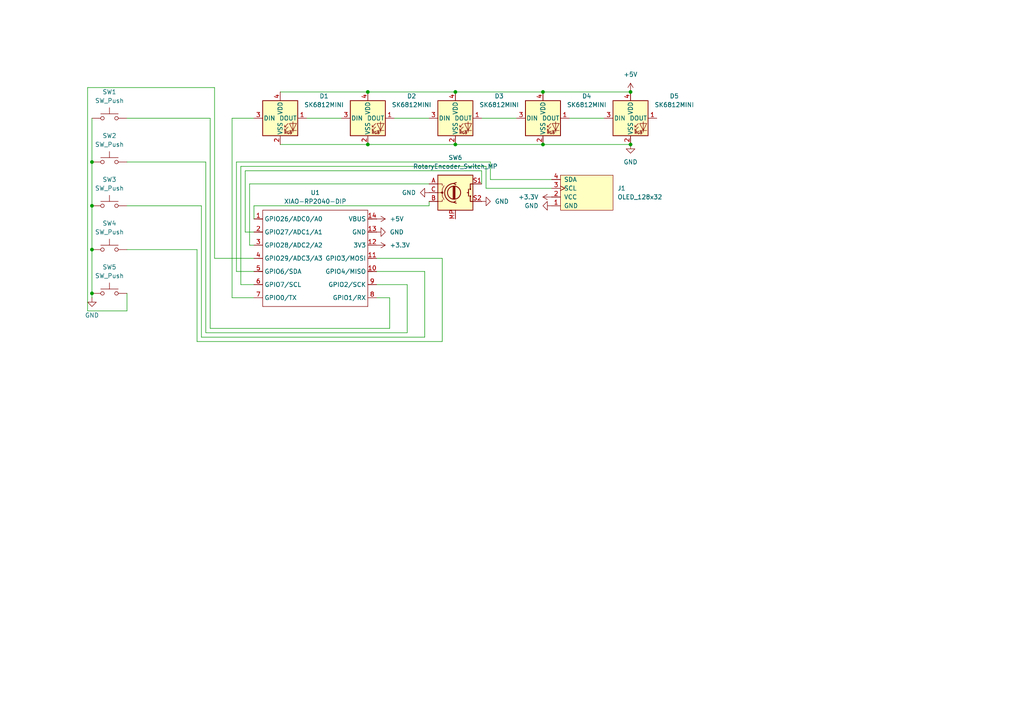
<source format=kicad_sch>
(kicad_sch
	(version 20250114)
	(generator "eeschema")
	(generator_version "9.0")
	(uuid "debee7fc-8912-4e09-ac7e-b30385c0d8fa")
	(paper "A4")
	(lib_symbols
		(symbol "Device:RotaryEncoder_Switch_MP"
			(pin_names
				(offset 0.254)
				(hide yes)
			)
			(exclude_from_sim no)
			(in_bom yes)
			(on_board yes)
			(property "Reference" "SW"
				(at 0 8.89 0)
				(effects
					(font
						(size 1.27 1.27)
					)
				)
			)
			(property "Value" "RotaryEncoder_Switch_MP"
				(at 0 6.35 0)
				(effects
					(font
						(size 1.27 1.27)
					)
				)
			)
			(property "Footprint" ""
				(at -3.81 4.064 0)
				(effects
					(font
						(size 1.27 1.27)
					)
					(hide yes)
				)
			)
			(property "Datasheet" "~"
				(at 0 -12.7 0)
				(effects
					(font
						(size 1.27 1.27)
					)
					(hide yes)
				)
			)
			(property "Description" "Rotary encoder, dual channel, incremental quadrate outputs, with switch and MP Pin"
				(at 0 -15.24 0)
				(effects
					(font
						(size 1.27 1.27)
					)
					(hide yes)
				)
			)
			(property "ki_keywords" "rotary switch encoder switch push button"
				(at 0 0 0)
				(effects
					(font
						(size 1.27 1.27)
					)
					(hide yes)
				)
			)
			(property "ki_fp_filters" "RotaryEncoder*Switch*"
				(at 0 0 0)
				(effects
					(font
						(size 1.27 1.27)
					)
					(hide yes)
				)
			)
			(symbol "RotaryEncoder_Switch_MP_0_1"
				(rectangle
					(start -5.08 5.08)
					(end 5.08 -5.08)
					(stroke
						(width 0.254)
						(type default)
					)
					(fill
						(type background)
					)
				)
				(polyline
					(pts
						(xy -5.08 2.54) (xy -3.81 2.54) (xy -3.81 2.032)
					)
					(stroke
						(width 0)
						(type default)
					)
					(fill
						(type none)
					)
				)
				(polyline
					(pts
						(xy -5.08 0) (xy -3.81 0) (xy -3.81 -1.016) (xy -3.302 -2.032)
					)
					(stroke
						(width 0)
						(type default)
					)
					(fill
						(type none)
					)
				)
				(polyline
					(pts
						(xy -5.08 -2.54) (xy -3.81 -2.54) (xy -3.81 -2.032)
					)
					(stroke
						(width 0)
						(type default)
					)
					(fill
						(type none)
					)
				)
				(polyline
					(pts
						(xy -4.318 0) (xy -3.81 0) (xy -3.81 1.016) (xy -3.302 2.032)
					)
					(stroke
						(width 0)
						(type default)
					)
					(fill
						(type none)
					)
				)
				(circle
					(center -3.81 0)
					(radius 0.254)
					(stroke
						(width 0)
						(type default)
					)
					(fill
						(type outline)
					)
				)
				(polyline
					(pts
						(xy -0.635 -1.778) (xy -0.635 1.778)
					)
					(stroke
						(width 0.254)
						(type default)
					)
					(fill
						(type none)
					)
				)
				(circle
					(center -0.381 0)
					(radius 1.905)
					(stroke
						(width 0.254)
						(type default)
					)
					(fill
						(type none)
					)
				)
				(polyline
					(pts
						(xy -0.381 -1.778) (xy -0.381 1.778)
					)
					(stroke
						(width 0.254)
						(type default)
					)
					(fill
						(type none)
					)
				)
				(arc
					(start -0.381 -2.794)
					(mid -3.0988 -0.0635)
					(end -0.381 2.667)
					(stroke
						(width 0.254)
						(type default)
					)
					(fill
						(type none)
					)
				)
				(polyline
					(pts
						(xy -0.127 1.778) (xy -0.127 -1.778)
					)
					(stroke
						(width 0.254)
						(type default)
					)
					(fill
						(type none)
					)
				)
				(polyline
					(pts
						(xy 0.254 2.921) (xy -0.508 2.667) (xy 0.127 2.286)
					)
					(stroke
						(width 0.254)
						(type default)
					)
					(fill
						(type none)
					)
				)
				(polyline
					(pts
						(xy 0.254 -3.048) (xy -0.508 -2.794) (xy 0.127 -2.413)
					)
					(stroke
						(width 0.254)
						(type default)
					)
					(fill
						(type none)
					)
				)
				(polyline
					(pts
						(xy 3.81 1.016) (xy 3.81 -1.016)
					)
					(stroke
						(width 0.254)
						(type default)
					)
					(fill
						(type none)
					)
				)
				(polyline
					(pts
						(xy 3.81 0) (xy 3.429 0)
					)
					(stroke
						(width 0.254)
						(type default)
					)
					(fill
						(type none)
					)
				)
				(circle
					(center 4.318 1.016)
					(radius 0.127)
					(stroke
						(width 0.254)
						(type default)
					)
					(fill
						(type none)
					)
				)
				(circle
					(center 4.318 -1.016)
					(radius 0.127)
					(stroke
						(width 0.254)
						(type default)
					)
					(fill
						(type none)
					)
				)
				(polyline
					(pts
						(xy 5.08 2.54) (xy 4.318 2.54) (xy 4.318 1.016)
					)
					(stroke
						(width 0.254)
						(type default)
					)
					(fill
						(type none)
					)
				)
				(polyline
					(pts
						(xy 5.08 -2.54) (xy 4.318 -2.54) (xy 4.318 -1.016)
					)
					(stroke
						(width 0.254)
						(type default)
					)
					(fill
						(type none)
					)
				)
			)
			(symbol "RotaryEncoder_Switch_MP_1_1"
				(pin passive line
					(at -7.62 2.54 0)
					(length 2.54)
					(name "A"
						(effects
							(font
								(size 1.27 1.27)
							)
						)
					)
					(number "A"
						(effects
							(font
								(size 1.27 1.27)
							)
						)
					)
				)
				(pin passive line
					(at -7.62 0 0)
					(length 2.54)
					(name "C"
						(effects
							(font
								(size 1.27 1.27)
							)
						)
					)
					(number "C"
						(effects
							(font
								(size 1.27 1.27)
							)
						)
					)
				)
				(pin passive line
					(at -7.62 -2.54 0)
					(length 2.54)
					(name "B"
						(effects
							(font
								(size 1.27 1.27)
							)
						)
					)
					(number "B"
						(effects
							(font
								(size 1.27 1.27)
							)
						)
					)
				)
				(pin passive line
					(at 0 -7.62 90)
					(length 2.54)
					(name "MP"
						(effects
							(font
								(size 1.27 1.27)
							)
						)
					)
					(number "MP"
						(effects
							(font
								(size 1.27 1.27)
							)
						)
					)
				)
				(pin passive line
					(at 7.62 2.54 180)
					(length 2.54)
					(name "S1"
						(effects
							(font
								(size 1.27 1.27)
							)
						)
					)
					(number "S1"
						(effects
							(font
								(size 1.27 1.27)
							)
						)
					)
				)
				(pin passive line
					(at 7.62 -2.54 180)
					(length 2.54)
					(name "S2"
						(effects
							(font
								(size 1.27 1.27)
							)
						)
					)
					(number "S2"
						(effects
							(font
								(size 1.27 1.27)
							)
						)
					)
				)
			)
			(embedded_fonts no)
		)
		(symbol "LED:SK6812MINI"
			(pin_names
				(offset 0.254)
			)
			(exclude_from_sim no)
			(in_bom yes)
			(on_board yes)
			(property "Reference" "D"
				(at 5.08 5.715 0)
				(effects
					(font
						(size 1.27 1.27)
					)
					(justify right bottom)
				)
			)
			(property "Value" "SK6812MINI"
				(at 1.27 -5.715 0)
				(effects
					(font
						(size 1.27 1.27)
					)
					(justify left top)
				)
			)
			(property "Footprint" "LED_SMD:LED_SK6812MINI_PLCC4_3.5x3.5mm_P1.75mm"
				(at 1.27 -7.62 0)
				(effects
					(font
						(size 1.27 1.27)
					)
					(justify left top)
					(hide yes)
				)
			)
			(property "Datasheet" "https://cdn-shop.adafruit.com/product-files/2686/SK6812MINI_REV.01-1-2.pdf"
				(at 2.54 -9.525 0)
				(effects
					(font
						(size 1.27 1.27)
					)
					(justify left top)
					(hide yes)
				)
			)
			(property "Description" "RGB LED with integrated controller"
				(at 0 0 0)
				(effects
					(font
						(size 1.27 1.27)
					)
					(hide yes)
				)
			)
			(property "ki_keywords" "RGB LED NeoPixel Mini addressable"
				(at 0 0 0)
				(effects
					(font
						(size 1.27 1.27)
					)
					(hide yes)
				)
			)
			(property "ki_fp_filters" "LED*SK6812MINI*PLCC*3.5x3.5mm*P1.75mm*"
				(at 0 0 0)
				(effects
					(font
						(size 1.27 1.27)
					)
					(hide yes)
				)
			)
			(symbol "SK6812MINI_0_0"
				(text "RGB"
					(at 2.286 -4.191 0)
					(effects
						(font
							(size 0.762 0.762)
						)
					)
				)
			)
			(symbol "SK6812MINI_0_1"
				(polyline
					(pts
						(xy 1.27 -2.54) (xy 1.778 -2.54)
					)
					(stroke
						(width 0)
						(type default)
					)
					(fill
						(type none)
					)
				)
				(polyline
					(pts
						(xy 1.27 -3.556) (xy 1.778 -3.556)
					)
					(stroke
						(width 0)
						(type default)
					)
					(fill
						(type none)
					)
				)
				(polyline
					(pts
						(xy 2.286 -1.524) (xy 1.27 -2.54) (xy 1.27 -2.032)
					)
					(stroke
						(width 0)
						(type default)
					)
					(fill
						(type none)
					)
				)
				(polyline
					(pts
						(xy 2.286 -2.54) (xy 1.27 -3.556) (xy 1.27 -3.048)
					)
					(stroke
						(width 0)
						(type default)
					)
					(fill
						(type none)
					)
				)
				(polyline
					(pts
						(xy 3.683 -1.016) (xy 3.683 -3.556) (xy 3.683 -4.064)
					)
					(stroke
						(width 0)
						(type default)
					)
					(fill
						(type none)
					)
				)
				(polyline
					(pts
						(xy 4.699 -1.524) (xy 2.667 -1.524) (xy 3.683 -3.556) (xy 4.699 -1.524)
					)
					(stroke
						(width 0)
						(type default)
					)
					(fill
						(type none)
					)
				)
				(polyline
					(pts
						(xy 4.699 -3.556) (xy 2.667 -3.556)
					)
					(stroke
						(width 0)
						(type default)
					)
					(fill
						(type none)
					)
				)
				(rectangle
					(start 5.08 5.08)
					(end -5.08 -5.08)
					(stroke
						(width 0.254)
						(type default)
					)
					(fill
						(type background)
					)
				)
			)
			(symbol "SK6812MINI_1_1"
				(pin input line
					(at -7.62 0 0)
					(length 2.54)
					(name "DIN"
						(effects
							(font
								(size 1.27 1.27)
							)
						)
					)
					(number "3"
						(effects
							(font
								(size 1.27 1.27)
							)
						)
					)
				)
				(pin power_in line
					(at 0 7.62 270)
					(length 2.54)
					(name "VDD"
						(effects
							(font
								(size 1.27 1.27)
							)
						)
					)
					(number "4"
						(effects
							(font
								(size 1.27 1.27)
							)
						)
					)
				)
				(pin power_in line
					(at 0 -7.62 90)
					(length 2.54)
					(name "VSS"
						(effects
							(font
								(size 1.27 1.27)
							)
						)
					)
					(number "2"
						(effects
							(font
								(size 1.27 1.27)
							)
						)
					)
				)
				(pin output line
					(at 7.62 0 180)
					(length 2.54)
					(name "DOUT"
						(effects
							(font
								(size 1.27 1.27)
							)
						)
					)
					(number "1"
						(effects
							(font
								(size 1.27 1.27)
							)
						)
					)
				)
			)
			(embedded_fonts no)
		)
		(symbol "OPL:XIAO-RP2040-DIP"
			(exclude_from_sim no)
			(in_bom yes)
			(on_board yes)
			(property "Reference" "U"
				(at 0 0 0)
				(effects
					(font
						(size 1.27 1.27)
					)
				)
			)
			(property "Value" "XIAO-RP2040-DIP"
				(at 5.334 -1.778 0)
				(effects
					(font
						(size 1.27 1.27)
					)
				)
			)
			(property "Footprint" "Module:MOUDLE14P-XIAO-DIP-SMD"
				(at 14.478 -32.258 0)
				(effects
					(font
						(size 1.27 1.27)
					)
					(hide yes)
				)
			)
			(property "Datasheet" ""
				(at 0 0 0)
				(effects
					(font
						(size 1.27 1.27)
					)
					(hide yes)
				)
			)
			(property "Description" ""
				(at 0 0 0)
				(effects
					(font
						(size 1.27 1.27)
					)
					(hide yes)
				)
			)
			(symbol "XIAO-RP2040-DIP_1_0"
				(polyline
					(pts
						(xy -1.27 -2.54) (xy 29.21 -2.54)
					)
					(stroke
						(width 0.1524)
						(type solid)
					)
					(fill
						(type none)
					)
				)
				(polyline
					(pts
						(xy -1.27 -5.08) (xy -2.54 -5.08)
					)
					(stroke
						(width 0.1524)
						(type solid)
					)
					(fill
						(type none)
					)
				)
				(polyline
					(pts
						(xy -1.27 -5.08) (xy -1.27 -2.54)
					)
					(stroke
						(width 0.1524)
						(type solid)
					)
					(fill
						(type none)
					)
				)
				(polyline
					(pts
						(xy -1.27 -8.89) (xy -2.54 -8.89)
					)
					(stroke
						(width 0.1524)
						(type solid)
					)
					(fill
						(type none)
					)
				)
				(polyline
					(pts
						(xy -1.27 -8.89) (xy -1.27 -5.08)
					)
					(stroke
						(width 0.1524)
						(type solid)
					)
					(fill
						(type none)
					)
				)
				(polyline
					(pts
						(xy -1.27 -12.7) (xy -2.54 -12.7)
					)
					(stroke
						(width 0.1524)
						(type solid)
					)
					(fill
						(type none)
					)
				)
				(polyline
					(pts
						(xy -1.27 -12.7) (xy -1.27 -8.89)
					)
					(stroke
						(width 0.1524)
						(type solid)
					)
					(fill
						(type none)
					)
				)
				(polyline
					(pts
						(xy -1.27 -16.51) (xy -2.54 -16.51)
					)
					(stroke
						(width 0.1524)
						(type solid)
					)
					(fill
						(type none)
					)
				)
				(polyline
					(pts
						(xy -1.27 -16.51) (xy -1.27 -12.7)
					)
					(stroke
						(width 0.1524)
						(type solid)
					)
					(fill
						(type none)
					)
				)
				(polyline
					(pts
						(xy -1.27 -20.32) (xy -2.54 -20.32)
					)
					(stroke
						(width 0.1524)
						(type solid)
					)
					(fill
						(type none)
					)
				)
				(polyline
					(pts
						(xy -1.27 -24.13) (xy -2.54 -24.13)
					)
					(stroke
						(width 0.1524)
						(type solid)
					)
					(fill
						(type none)
					)
				)
				(polyline
					(pts
						(xy -1.27 -27.94) (xy -2.54 -27.94)
					)
					(stroke
						(width 0.1524)
						(type solid)
					)
					(fill
						(type none)
					)
				)
				(polyline
					(pts
						(xy -1.27 -30.48) (xy -1.27 -16.51)
					)
					(stroke
						(width 0.1524)
						(type solid)
					)
					(fill
						(type none)
					)
				)
				(polyline
					(pts
						(xy 29.21 -2.54) (xy 29.21 -5.08)
					)
					(stroke
						(width 0.1524)
						(type solid)
					)
					(fill
						(type none)
					)
				)
				(polyline
					(pts
						(xy 29.21 -5.08) (xy 29.21 -8.89)
					)
					(stroke
						(width 0.1524)
						(type solid)
					)
					(fill
						(type none)
					)
				)
				(polyline
					(pts
						(xy 29.21 -8.89) (xy 29.21 -12.7)
					)
					(stroke
						(width 0.1524)
						(type solid)
					)
					(fill
						(type none)
					)
				)
				(polyline
					(pts
						(xy 29.21 -12.7) (xy 29.21 -30.48)
					)
					(stroke
						(width 0.1524)
						(type solid)
					)
					(fill
						(type none)
					)
				)
				(polyline
					(pts
						(xy 29.21 -30.48) (xy -1.27 -30.48)
					)
					(stroke
						(width 0.1524)
						(type solid)
					)
					(fill
						(type none)
					)
				)
				(polyline
					(pts
						(xy 30.48 -5.08) (xy 29.21 -5.08)
					)
					(stroke
						(width 0.1524)
						(type solid)
					)
					(fill
						(type none)
					)
				)
				(polyline
					(pts
						(xy 30.48 -8.89) (xy 29.21 -8.89)
					)
					(stroke
						(width 0.1524)
						(type solid)
					)
					(fill
						(type none)
					)
				)
				(polyline
					(pts
						(xy 30.48 -12.7) (xy 29.21 -12.7)
					)
					(stroke
						(width 0.1524)
						(type solid)
					)
					(fill
						(type none)
					)
				)
				(polyline
					(pts
						(xy 30.48 -16.51) (xy 29.21 -16.51)
					)
					(stroke
						(width 0.1524)
						(type solid)
					)
					(fill
						(type none)
					)
				)
				(polyline
					(pts
						(xy 30.48 -20.32) (xy 29.21 -20.32)
					)
					(stroke
						(width 0.1524)
						(type solid)
					)
					(fill
						(type none)
					)
				)
				(polyline
					(pts
						(xy 30.48 -24.13) (xy 29.21 -24.13)
					)
					(stroke
						(width 0.1524)
						(type solid)
					)
					(fill
						(type none)
					)
				)
				(polyline
					(pts
						(xy 30.48 -27.94) (xy 29.21 -27.94)
					)
					(stroke
						(width 0.1524)
						(type solid)
					)
					(fill
						(type none)
					)
				)
				(pin passive line
					(at -3.81 -5.08 0)
					(length 2.54)
					(name "GPIO26/ADC0/A0"
						(effects
							(font
								(size 1.27 1.27)
							)
						)
					)
					(number "1"
						(effects
							(font
								(size 1.27 1.27)
							)
						)
					)
				)
				(pin passive line
					(at -3.81 -8.89 0)
					(length 2.54)
					(name "GPIO27/ADC1/A1"
						(effects
							(font
								(size 1.27 1.27)
							)
						)
					)
					(number "2"
						(effects
							(font
								(size 1.27 1.27)
							)
						)
					)
				)
				(pin passive line
					(at -3.81 -12.7 0)
					(length 2.54)
					(name "GPIO28/ADC2/A2"
						(effects
							(font
								(size 1.27 1.27)
							)
						)
					)
					(number "3"
						(effects
							(font
								(size 1.27 1.27)
							)
						)
					)
				)
				(pin passive line
					(at -3.81 -16.51 0)
					(length 2.54)
					(name "GPIO29/ADC3/A3"
						(effects
							(font
								(size 1.27 1.27)
							)
						)
					)
					(number "4"
						(effects
							(font
								(size 1.27 1.27)
							)
						)
					)
				)
				(pin passive line
					(at -3.81 -20.32 0)
					(length 2.54)
					(name "GPIO6/SDA"
						(effects
							(font
								(size 1.27 1.27)
							)
						)
					)
					(number "5"
						(effects
							(font
								(size 1.27 1.27)
							)
						)
					)
				)
				(pin passive line
					(at -3.81 -24.13 0)
					(length 2.54)
					(name "GPIO7/SCL"
						(effects
							(font
								(size 1.27 1.27)
							)
						)
					)
					(number "6"
						(effects
							(font
								(size 1.27 1.27)
							)
						)
					)
				)
				(pin passive line
					(at -3.81 -27.94 0)
					(length 2.54)
					(name "GPIO0/TX"
						(effects
							(font
								(size 1.27 1.27)
							)
						)
					)
					(number "7"
						(effects
							(font
								(size 1.27 1.27)
							)
						)
					)
				)
				(pin passive line
					(at 31.75 -5.08 180)
					(length 2.54)
					(name "VBUS"
						(effects
							(font
								(size 1.27 1.27)
							)
						)
					)
					(number "14"
						(effects
							(font
								(size 1.27 1.27)
							)
						)
					)
				)
				(pin passive line
					(at 31.75 -8.89 180)
					(length 2.54)
					(name "GND"
						(effects
							(font
								(size 1.27 1.27)
							)
						)
					)
					(number "13"
						(effects
							(font
								(size 1.27 1.27)
							)
						)
					)
				)
				(pin passive line
					(at 31.75 -12.7 180)
					(length 2.54)
					(name "3V3"
						(effects
							(font
								(size 1.27 1.27)
							)
						)
					)
					(number "12"
						(effects
							(font
								(size 1.27 1.27)
							)
						)
					)
				)
				(pin passive line
					(at 31.75 -16.51 180)
					(length 2.54)
					(name "GPIO3/MOSI"
						(effects
							(font
								(size 1.27 1.27)
							)
						)
					)
					(number "11"
						(effects
							(font
								(size 1.27 1.27)
							)
						)
					)
				)
				(pin passive line
					(at 31.75 -20.32 180)
					(length 2.54)
					(name "GPIO4/MISO"
						(effects
							(font
								(size 1.27 1.27)
							)
						)
					)
					(number "10"
						(effects
							(font
								(size 1.27 1.27)
							)
						)
					)
				)
				(pin passive line
					(at 31.75 -24.13 180)
					(length 2.54)
					(name "GPIO2/SCK"
						(effects
							(font
								(size 1.27 1.27)
							)
						)
					)
					(number "9"
						(effects
							(font
								(size 1.27 1.27)
							)
						)
					)
				)
				(pin passive line
					(at 31.75 -27.94 180)
					(length 2.54)
					(name "GPIO1/RX"
						(effects
							(font
								(size 1.27 1.27)
							)
						)
					)
					(number "8"
						(effects
							(font
								(size 1.27 1.27)
							)
						)
					)
				)
			)
			(embedded_fonts no)
		)
		(symbol "Switch:SW_Push"
			(pin_numbers
				(hide yes)
			)
			(pin_names
				(offset 1.016)
				(hide yes)
			)
			(exclude_from_sim no)
			(in_bom yes)
			(on_board yes)
			(property "Reference" "SW"
				(at 1.27 2.54 0)
				(effects
					(font
						(size 1.27 1.27)
					)
					(justify left)
				)
			)
			(property "Value" "SW_Push"
				(at 0 -1.524 0)
				(effects
					(font
						(size 1.27 1.27)
					)
				)
			)
			(property "Footprint" ""
				(at 0 5.08 0)
				(effects
					(font
						(size 1.27 1.27)
					)
					(hide yes)
				)
			)
			(property "Datasheet" "~"
				(at 0 5.08 0)
				(effects
					(font
						(size 1.27 1.27)
					)
					(hide yes)
				)
			)
			(property "Description" "Push button switch, generic, two pins"
				(at 0 0 0)
				(effects
					(font
						(size 1.27 1.27)
					)
					(hide yes)
				)
			)
			(property "ki_keywords" "switch normally-open pushbutton push-button"
				(at 0 0 0)
				(effects
					(font
						(size 1.27 1.27)
					)
					(hide yes)
				)
			)
			(symbol "SW_Push_0_1"
				(circle
					(center -2.032 0)
					(radius 0.508)
					(stroke
						(width 0)
						(type default)
					)
					(fill
						(type none)
					)
				)
				(polyline
					(pts
						(xy 0 1.27) (xy 0 3.048)
					)
					(stroke
						(width 0)
						(type default)
					)
					(fill
						(type none)
					)
				)
				(circle
					(center 2.032 0)
					(radius 0.508)
					(stroke
						(width 0)
						(type default)
					)
					(fill
						(type none)
					)
				)
				(polyline
					(pts
						(xy 2.54 1.27) (xy -2.54 1.27)
					)
					(stroke
						(width 0)
						(type default)
					)
					(fill
						(type none)
					)
				)
				(pin passive line
					(at -5.08 0 0)
					(length 2.54)
					(name "1"
						(effects
							(font
								(size 1.27 1.27)
							)
						)
					)
					(number "1"
						(effects
							(font
								(size 1.27 1.27)
							)
						)
					)
				)
				(pin passive line
					(at 5.08 0 180)
					(length 2.54)
					(name "2"
						(effects
							(font
								(size 1.27 1.27)
							)
						)
					)
					(number "2"
						(effects
							(font
								(size 1.27 1.27)
							)
						)
					)
				)
			)
			(embedded_fonts no)
		)
		(symbol "power:+3.3V"
			(power)
			(pin_numbers
				(hide yes)
			)
			(pin_names
				(offset 0)
				(hide yes)
			)
			(exclude_from_sim no)
			(in_bom yes)
			(on_board yes)
			(property "Reference" "#PWR"
				(at 0 -3.81 0)
				(effects
					(font
						(size 1.27 1.27)
					)
					(hide yes)
				)
			)
			(property "Value" "+3.3V"
				(at 0 3.556 0)
				(effects
					(font
						(size 1.27 1.27)
					)
				)
			)
			(property "Footprint" ""
				(at 0 0 0)
				(effects
					(font
						(size 1.27 1.27)
					)
					(hide yes)
				)
			)
			(property "Datasheet" ""
				(at 0 0 0)
				(effects
					(font
						(size 1.27 1.27)
					)
					(hide yes)
				)
			)
			(property "Description" "Power symbol creates a global label with name \"+3.3V\""
				(at 0 0 0)
				(effects
					(font
						(size 1.27 1.27)
					)
					(hide yes)
				)
			)
			(property "ki_keywords" "global power"
				(at 0 0 0)
				(effects
					(font
						(size 1.27 1.27)
					)
					(hide yes)
				)
			)
			(symbol "+3.3V_0_1"
				(polyline
					(pts
						(xy -0.762 1.27) (xy 0 2.54)
					)
					(stroke
						(width 0)
						(type default)
					)
					(fill
						(type none)
					)
				)
				(polyline
					(pts
						(xy 0 2.54) (xy 0.762 1.27)
					)
					(stroke
						(width 0)
						(type default)
					)
					(fill
						(type none)
					)
				)
				(polyline
					(pts
						(xy 0 0) (xy 0 2.54)
					)
					(stroke
						(width 0)
						(type default)
					)
					(fill
						(type none)
					)
				)
			)
			(symbol "+3.3V_1_1"
				(pin power_in line
					(at 0 0 90)
					(length 0)
					(name "~"
						(effects
							(font
								(size 1.27 1.27)
							)
						)
					)
					(number "1"
						(effects
							(font
								(size 1.27 1.27)
							)
						)
					)
				)
			)
			(embedded_fonts no)
		)
		(symbol "power:+5V"
			(power)
			(pin_numbers
				(hide yes)
			)
			(pin_names
				(offset 0)
				(hide yes)
			)
			(exclude_from_sim no)
			(in_bom yes)
			(on_board yes)
			(property "Reference" "#PWR"
				(at 0 -3.81 0)
				(effects
					(font
						(size 1.27 1.27)
					)
					(hide yes)
				)
			)
			(property "Value" "+5V"
				(at 0 3.556 0)
				(effects
					(font
						(size 1.27 1.27)
					)
				)
			)
			(property "Footprint" ""
				(at 0 0 0)
				(effects
					(font
						(size 1.27 1.27)
					)
					(hide yes)
				)
			)
			(property "Datasheet" ""
				(at 0 0 0)
				(effects
					(font
						(size 1.27 1.27)
					)
					(hide yes)
				)
			)
			(property "Description" "Power symbol creates a global label with name \"+5V\""
				(at 0 0 0)
				(effects
					(font
						(size 1.27 1.27)
					)
					(hide yes)
				)
			)
			(property "ki_keywords" "global power"
				(at 0 0 0)
				(effects
					(font
						(size 1.27 1.27)
					)
					(hide yes)
				)
			)
			(symbol "+5V_0_1"
				(polyline
					(pts
						(xy -0.762 1.27) (xy 0 2.54)
					)
					(stroke
						(width 0)
						(type default)
					)
					(fill
						(type none)
					)
				)
				(polyline
					(pts
						(xy 0 2.54) (xy 0.762 1.27)
					)
					(stroke
						(width 0)
						(type default)
					)
					(fill
						(type none)
					)
				)
				(polyline
					(pts
						(xy 0 0) (xy 0 2.54)
					)
					(stroke
						(width 0)
						(type default)
					)
					(fill
						(type none)
					)
				)
			)
			(symbol "+5V_1_1"
				(pin power_in line
					(at 0 0 90)
					(length 0)
					(name "~"
						(effects
							(font
								(size 1.27 1.27)
							)
						)
					)
					(number "1"
						(effects
							(font
								(size 1.27 1.27)
							)
						)
					)
				)
			)
			(embedded_fonts no)
		)
		(symbol "power:GND"
			(power)
			(pin_numbers
				(hide yes)
			)
			(pin_names
				(offset 0)
				(hide yes)
			)
			(exclude_from_sim no)
			(in_bom yes)
			(on_board yes)
			(property "Reference" "#PWR"
				(at 0 -6.35 0)
				(effects
					(font
						(size 1.27 1.27)
					)
					(hide yes)
				)
			)
			(property "Value" "GND"
				(at 0 -3.81 0)
				(effects
					(font
						(size 1.27 1.27)
					)
				)
			)
			(property "Footprint" ""
				(at 0 0 0)
				(effects
					(font
						(size 1.27 1.27)
					)
					(hide yes)
				)
			)
			(property "Datasheet" ""
				(at 0 0 0)
				(effects
					(font
						(size 1.27 1.27)
					)
					(hide yes)
				)
			)
			(property "Description" "Power symbol creates a global label with name \"GND\" , ground"
				(at 0 0 0)
				(effects
					(font
						(size 1.27 1.27)
					)
					(hide yes)
				)
			)
			(property "ki_keywords" "global power"
				(at 0 0 0)
				(effects
					(font
						(size 1.27 1.27)
					)
					(hide yes)
				)
			)
			(symbol "GND_0_1"
				(polyline
					(pts
						(xy 0 0) (xy 0 -1.27) (xy 1.27 -1.27) (xy 0 -2.54) (xy -1.27 -1.27) (xy 0 -1.27)
					)
					(stroke
						(width 0)
						(type default)
					)
					(fill
						(type none)
					)
				)
			)
			(symbol "GND_1_1"
				(pin power_in line
					(at 0 0 270)
					(length 0)
					(name "~"
						(effects
							(font
								(size 1.27 1.27)
							)
						)
					)
					(number "1"
						(effects
							(font
								(size 1.27 1.27)
							)
						)
					)
				)
			)
			(embedded_fonts no)
		)
		(symbol "scottokeebs:OLED_128x32"
			(pin_names
				(offset 1.016)
			)
			(exclude_from_sim no)
			(in_bom yes)
			(on_board yes)
			(property "Reference" "J"
				(at 0 -6.35 0)
				(effects
					(font
						(size 1.27 1.27)
					)
				)
			)
			(property "Value" "OLED_128x32"
				(at 0 6.35 0)
				(effects
					(font
						(size 1.27 1.27)
					)
				)
			)
			(property "Footprint" "ScottoKeebs_Components:OLED_128x32"
				(at 0 8.89 0)
				(effects
					(font
						(size 1.27 1.27)
					)
					(hide yes)
				)
			)
			(property "Datasheet" ""
				(at 0 1.27 0)
				(effects
					(font
						(size 1.27 1.27)
					)
					(hide yes)
				)
			)
			(property "Description" ""
				(at 0 0 0)
				(effects
					(font
						(size 1.27 1.27)
					)
					(hide yes)
				)
			)
			(symbol "OLED_128x32_0_1"
				(rectangle
					(start 0 5.08)
					(end 15.24 -5.08)
					(stroke
						(width 0)
						(type default)
					)
					(fill
						(type background)
					)
				)
			)
			(symbol "OLED_128x32_1_1"
				(pin bidirectional line
					(at -2.54 3.81 0)
					(length 2.54)
					(name "SDA"
						(effects
							(font
								(size 1.27 1.27)
							)
						)
					)
					(number "4"
						(effects
							(font
								(size 1.27 1.27)
							)
						)
					)
				)
				(pin input clock
					(at -2.54 1.27 0)
					(length 2.54)
					(name "SCL"
						(effects
							(font
								(size 1.27 1.27)
							)
						)
					)
					(number "3"
						(effects
							(font
								(size 1.27 1.27)
							)
						)
					)
				)
				(pin power_in line
					(at -2.54 -1.27 0)
					(length 2.54)
					(name "VCC"
						(effects
							(font
								(size 1.27 1.27)
							)
						)
					)
					(number "2"
						(effects
							(font
								(size 1.27 1.27)
							)
						)
					)
				)
				(pin power_in line
					(at -2.54 -3.81 0)
					(length 2.54)
					(name "GND"
						(effects
							(font
								(size 1.27 1.27)
							)
						)
					)
					(number "1"
						(effects
							(font
								(size 1.27 1.27)
							)
						)
					)
				)
			)
			(embedded_fonts no)
		)
	)
	(junction
		(at 157.48 26.67)
		(diameter 0)
		(color 0 0 0 0)
		(uuid "0a1a9192-7cf3-450e-9d0c-ffd8e36a8e8c")
	)
	(junction
		(at 26.67 72.39)
		(diameter 0)
		(color 0 0 0 0)
		(uuid "0c8a3222-a5ad-48be-bcfe-071619e48e62")
	)
	(junction
		(at 132.08 41.91)
		(diameter 0)
		(color 0 0 0 0)
		(uuid "1c898bac-92c1-4a41-bf15-f65483ec71ca")
	)
	(junction
		(at 182.88 41.91)
		(diameter 0)
		(color 0 0 0 0)
		(uuid "33ce306b-ffaf-4d6d-a1dd-7bc98069d6ca")
	)
	(junction
		(at 106.68 26.67)
		(diameter 0)
		(color 0 0 0 0)
		(uuid "67139219-996f-41cf-8cea-80e007540ed2")
	)
	(junction
		(at 26.67 46.99)
		(diameter 0)
		(color 0 0 0 0)
		(uuid "7ce01d1e-f131-4d69-89bd-231fae2a18a5")
	)
	(junction
		(at 26.67 85.09)
		(diameter 0)
		(color 0 0 0 0)
		(uuid "88e0c5a9-8ac2-465d-ad6c-b33e5b02fcbc")
	)
	(junction
		(at 132.08 26.67)
		(diameter 0)
		(color 0 0 0 0)
		(uuid "a1b28feb-fc61-4bfb-9118-ab02b96a8fc5")
	)
	(junction
		(at 26.67 59.69)
		(diameter 0)
		(color 0 0 0 0)
		(uuid "c8709020-9635-4747-8a2d-7d4801539695")
	)
	(junction
		(at 157.48 41.91)
		(diameter 0)
		(color 0 0 0 0)
		(uuid "d08511b8-a1a4-46f3-b0a8-7c0b078023bf")
	)
	(junction
		(at 182.88 26.67)
		(diameter 0)
		(color 0 0 0 0)
		(uuid "d7bed0d7-e783-4c38-94a1-e9da1a41aa94")
	)
	(junction
		(at 106.68 41.91)
		(diameter 0)
		(color 0 0 0 0)
		(uuid "ef85d00e-00e3-418b-bec6-edf056aad15e")
	)
	(wire
		(pts
			(xy 142.24 46.99) (xy 68.58 46.99)
		)
		(stroke
			(width 0)
			(type default)
		)
		(uuid "00f928ec-2f21-405d-b0e2-1b3ec258a496")
	)
	(wire
		(pts
			(xy 109.22 74.93) (xy 128.27 74.93)
		)
		(stroke
			(width 0)
			(type default)
		)
		(uuid "012b34cc-fee6-4364-98dd-9d9ef6989888")
	)
	(wire
		(pts
			(xy 26.67 46.99) (xy 26.67 59.69)
		)
		(stroke
			(width 0)
			(type default)
		)
		(uuid "0a98b7a2-49e8-429c-8c58-5519873af909")
	)
	(wire
		(pts
			(xy 36.83 46.99) (xy 59.69 46.99)
		)
		(stroke
			(width 0)
			(type default)
		)
		(uuid "0cb3675d-3ba9-4b23-b9f0-0dc89a4a3164")
	)
	(wire
		(pts
			(xy 36.83 34.29) (xy 60.96 34.29)
		)
		(stroke
			(width 0)
			(type default)
		)
		(uuid "0cd5daf6-92d9-429d-b24f-2d6882cd7261")
	)
	(wire
		(pts
			(xy 72.39 53.34) (xy 124.46 53.34)
		)
		(stroke
			(width 0)
			(type default)
		)
		(uuid "1167d888-a183-4f9c-9912-f150620b746a")
	)
	(wire
		(pts
			(xy 25.4 90.17) (xy 36.83 90.17)
		)
		(stroke
			(width 0)
			(type default)
		)
		(uuid "13365057-acc3-4eef-99d6-98ebdecf7079")
	)
	(wire
		(pts
			(xy 109.22 78.74) (xy 123.19 78.74)
		)
		(stroke
			(width 0)
			(type default)
		)
		(uuid "1707722d-4e54-493c-b3de-d9b70c2af93e")
	)
	(wire
		(pts
			(xy 62.23 25.4) (xy 25.4 25.4)
		)
		(stroke
			(width 0)
			(type default)
		)
		(uuid "201c2b90-7341-459a-a729-12f3648dbd3d")
	)
	(wire
		(pts
			(xy 109.22 82.55) (xy 118.11 82.55)
		)
		(stroke
			(width 0)
			(type default)
		)
		(uuid "27586428-09e2-4916-8d3e-7dec248ab534")
	)
	(wire
		(pts
			(xy 72.39 71.12) (xy 72.39 53.34)
		)
		(stroke
			(width 0)
			(type default)
		)
		(uuid "29cdf7aa-cb9f-4194-b7ee-c14fe329390d")
	)
	(wire
		(pts
			(xy 36.83 72.39) (xy 57.15 72.39)
		)
		(stroke
			(width 0)
			(type default)
		)
		(uuid "2a6bc01e-03d4-4d3e-9d86-87268dd4370b")
	)
	(wire
		(pts
			(xy 59.69 96.52) (xy 118.11 96.52)
		)
		(stroke
			(width 0)
			(type default)
		)
		(uuid "32d92c1f-bb9a-4381-bcd1-5086b5fd7549")
	)
	(wire
		(pts
			(xy 109.22 86.36) (xy 113.03 86.36)
		)
		(stroke
			(width 0)
			(type default)
		)
		(uuid "4376d9d4-de09-4b1b-a589-1e4d9fc4a6fa")
	)
	(wire
		(pts
			(xy 26.67 34.29) (xy 26.67 46.99)
		)
		(stroke
			(width 0)
			(type default)
		)
		(uuid "4ab4692f-48b0-41b9-a7a3-405962308bf8")
	)
	(wire
		(pts
			(xy 73.66 86.36) (xy 67.31 86.36)
		)
		(stroke
			(width 0)
			(type default)
		)
		(uuid "4d6116ff-655d-4ad4-868a-d050aaacd7c2")
	)
	(wire
		(pts
			(xy 73.66 59.69) (xy 73.66 63.5)
		)
		(stroke
			(width 0)
			(type default)
		)
		(uuid "4d9a44c7-8d82-47b0-889b-86c4561137be")
	)
	(wire
		(pts
			(xy 124.46 59.69) (xy 124.46 58.42)
		)
		(stroke
			(width 0)
			(type default)
		)
		(uuid "50e9df05-0b24-47c5-936a-7246a63f2670")
	)
	(wire
		(pts
			(xy 182.88 26.67) (xy 157.48 26.67)
		)
		(stroke
			(width 0)
			(type default)
		)
		(uuid "54358789-145c-46c4-a2b3-5f9bdd6326fa")
	)
	(wire
		(pts
			(xy 73.66 74.93) (xy 62.23 74.93)
		)
		(stroke
			(width 0)
			(type default)
		)
		(uuid "64925c3d-2ee6-46f1-b138-31f8310b6f38")
	)
	(wire
		(pts
			(xy 71.12 67.31) (xy 73.66 67.31)
		)
		(stroke
			(width 0)
			(type default)
		)
		(uuid "6b68ffea-ed38-4a86-bbcd-970eb91ef6ae")
	)
	(wire
		(pts
			(xy 60.96 95.25) (xy 113.03 95.25)
		)
		(stroke
			(width 0)
			(type default)
		)
		(uuid "6cca3855-a024-4ea1-9fe1-86eb890a7f37")
	)
	(wire
		(pts
			(xy 26.67 85.09) (xy 26.67 86.36)
		)
		(stroke
			(width 0)
			(type default)
		)
		(uuid "708d07d3-d6da-44fc-bb3c-bb480b252f5d")
	)
	(wire
		(pts
			(xy 160.02 52.07) (xy 142.24 52.07)
		)
		(stroke
			(width 0)
			(type default)
		)
		(uuid "719a2546-56d8-4dd9-8478-e4cf23d5ca64")
	)
	(wire
		(pts
			(xy 113.03 95.25) (xy 113.03 86.36)
		)
		(stroke
			(width 0)
			(type default)
		)
		(uuid "74085cb7-0d50-47a9-9faf-85df81ca87d4")
	)
	(wire
		(pts
			(xy 157.48 26.67) (xy 132.08 26.67)
		)
		(stroke
			(width 0)
			(type default)
		)
		(uuid "7beb1be2-d3f5-4386-ab8b-51a842c78e88")
	)
	(wire
		(pts
			(xy 26.67 72.39) (xy 26.67 85.09)
		)
		(stroke
			(width 0)
			(type default)
		)
		(uuid "826da635-0997-4542-8224-35b146cc2112")
	)
	(wire
		(pts
			(xy 139.7 34.29) (xy 149.86 34.29)
		)
		(stroke
			(width 0)
			(type default)
		)
		(uuid "8380f1dd-a068-4a01-a6b9-f42a89b9e8ac")
	)
	(wire
		(pts
			(xy 62.23 74.93) (xy 62.23 25.4)
		)
		(stroke
			(width 0)
			(type default)
		)
		(uuid "83a60585-70a6-4c2a-90c1-3be9c98621e0")
	)
	(wire
		(pts
			(xy 139.7 53.34) (xy 139.7 49.53)
		)
		(stroke
			(width 0)
			(type default)
		)
		(uuid "84667912-01d4-420d-a26d-921b04eab27e")
	)
	(wire
		(pts
			(xy 128.27 99.06) (xy 128.27 74.93)
		)
		(stroke
			(width 0)
			(type default)
		)
		(uuid "88d8d365-addf-4c13-ba0b-afbf6ab11efe")
	)
	(wire
		(pts
			(xy 140.97 54.61) (xy 140.97 48.26)
		)
		(stroke
			(width 0)
			(type default)
		)
		(uuid "895d3d99-3cfe-4173-88c6-8177fbd463d3")
	)
	(wire
		(pts
			(xy 132.08 41.91) (xy 157.48 41.91)
		)
		(stroke
			(width 0)
			(type default)
		)
		(uuid "8b26b437-6120-42b1-9f2e-56878a3a879b")
	)
	(wire
		(pts
			(xy 36.83 90.17) (xy 36.83 85.09)
		)
		(stroke
			(width 0)
			(type default)
		)
		(uuid "8b6de4c9-d139-4e02-99f7-f301dc749daa")
	)
	(wire
		(pts
			(xy 26.67 59.69) (xy 26.67 72.39)
		)
		(stroke
			(width 0)
			(type default)
		)
		(uuid "903ef49e-642e-43ee-893d-6f1c97df0a50")
	)
	(wire
		(pts
			(xy 67.31 86.36) (xy 67.31 34.29)
		)
		(stroke
			(width 0)
			(type default)
		)
		(uuid "90bdf271-1daf-4eed-a794-19dc710a510d")
	)
	(wire
		(pts
			(xy 182.88 41.91) (xy 157.48 41.91)
		)
		(stroke
			(width 0)
			(type default)
		)
		(uuid "918b872b-bd36-4508-a81e-4e4bcdd0e502")
	)
	(wire
		(pts
			(xy 140.97 48.26) (xy 69.85 48.26)
		)
		(stroke
			(width 0)
			(type default)
		)
		(uuid "947b13cc-ada4-4b8c-a3a8-ab9969b176e3")
	)
	(wire
		(pts
			(xy 58.42 59.69) (xy 58.42 97.79)
		)
		(stroke
			(width 0)
			(type default)
		)
		(uuid "95cb660a-4692-4c77-86c8-498bfa678eec")
	)
	(wire
		(pts
			(xy 71.12 49.53) (xy 71.12 67.31)
		)
		(stroke
			(width 0)
			(type default)
		)
		(uuid "9a5e1d1c-ce3c-4845-9296-3017fe899d5e")
	)
	(wire
		(pts
			(xy 114.3 34.29) (xy 124.46 34.29)
		)
		(stroke
			(width 0)
			(type default)
		)
		(uuid "9b0d9870-cfd2-45ff-b071-638ece64f528")
	)
	(wire
		(pts
			(xy 68.58 78.74) (xy 73.66 78.74)
		)
		(stroke
			(width 0)
			(type default)
		)
		(uuid "9dd7783e-5ec5-47e6-a5d4-7ec8283ed6cd")
	)
	(wire
		(pts
			(xy 36.83 59.69) (xy 58.42 59.69)
		)
		(stroke
			(width 0)
			(type default)
		)
		(uuid "aba62e07-d145-4913-ab1a-58631066d778")
	)
	(wire
		(pts
			(xy 88.9 34.29) (xy 99.06 34.29)
		)
		(stroke
			(width 0)
			(type default)
		)
		(uuid "b6e7ab6b-a2f6-4eda-b5db-0a9c5881f5b3")
	)
	(wire
		(pts
			(xy 58.42 97.79) (xy 123.19 97.79)
		)
		(stroke
			(width 0)
			(type default)
		)
		(uuid "b9cf4399-3806-4c5d-bfb6-a790f253333a")
	)
	(wire
		(pts
			(xy 106.68 26.67) (xy 132.08 26.67)
		)
		(stroke
			(width 0)
			(type default)
		)
		(uuid "bb4a20dd-0f7f-49e2-b645-d66db7ccbe31")
	)
	(wire
		(pts
			(xy 124.46 59.69) (xy 73.66 59.69)
		)
		(stroke
			(width 0)
			(type default)
		)
		(uuid "bc5bc2d2-1196-4088-83ba-f3e3f7987c65")
	)
	(wire
		(pts
			(xy 118.11 96.52) (xy 118.11 82.55)
		)
		(stroke
			(width 0)
			(type default)
		)
		(uuid "bf463c41-9e17-4115-9b7d-adad3c4d95e6")
	)
	(wire
		(pts
			(xy 142.24 52.07) (xy 142.24 46.99)
		)
		(stroke
			(width 0)
			(type default)
		)
		(uuid "bf78ae85-c321-4a81-a73c-bcc79a2a53f5")
	)
	(wire
		(pts
			(xy 73.66 71.12) (xy 72.39 71.12)
		)
		(stroke
			(width 0)
			(type default)
		)
		(uuid "c179df90-9b37-43d3-b6b8-6db6ca614a28")
	)
	(wire
		(pts
			(xy 165.1 34.29) (xy 175.26 34.29)
		)
		(stroke
			(width 0)
			(type default)
		)
		(uuid "cc763d56-88fb-4d10-8b8b-edd455c0c459")
	)
	(wire
		(pts
			(xy 106.68 41.91) (xy 132.08 41.91)
		)
		(stroke
			(width 0)
			(type default)
		)
		(uuid "cec19249-1cd6-4673-a305-0fa83e32819a")
	)
	(wire
		(pts
			(xy 57.15 99.06) (xy 128.27 99.06)
		)
		(stroke
			(width 0)
			(type default)
		)
		(uuid "d01b7260-2761-4b83-9830-b3f2535aae20")
	)
	(wire
		(pts
			(xy 123.19 97.79) (xy 123.19 78.74)
		)
		(stroke
			(width 0)
			(type default)
		)
		(uuid "d68ead31-39f5-479f-a070-714f63102d9f")
	)
	(wire
		(pts
			(xy 81.28 41.91) (xy 106.68 41.91)
		)
		(stroke
			(width 0)
			(type default)
		)
		(uuid "dadd3fc9-b298-4f52-8285-815768486ae8")
	)
	(wire
		(pts
			(xy 139.7 49.53) (xy 71.12 49.53)
		)
		(stroke
			(width 0)
			(type default)
		)
		(uuid "de5f9e99-88c4-47e5-8fd5-2a7003b22453")
	)
	(wire
		(pts
			(xy 69.85 82.55) (xy 73.66 82.55)
		)
		(stroke
			(width 0)
			(type default)
		)
		(uuid "e283d804-d26b-4b6a-af87-64fa9ca2e136")
	)
	(wire
		(pts
			(xy 68.58 46.99) (xy 68.58 78.74)
		)
		(stroke
			(width 0)
			(type default)
		)
		(uuid "e3bee971-37b2-41ee-bcde-898bfda1d898")
	)
	(wire
		(pts
			(xy 60.96 34.29) (xy 60.96 95.25)
		)
		(stroke
			(width 0)
			(type default)
		)
		(uuid "ea0c570c-4813-45ca-8e65-29e0be899401")
	)
	(wire
		(pts
			(xy 67.31 34.29) (xy 73.66 34.29)
		)
		(stroke
			(width 0)
			(type default)
		)
		(uuid "eaa1ecf1-0986-4c6d-9dd4-9c0776e45332")
	)
	(wire
		(pts
			(xy 25.4 25.4) (xy 25.4 90.17)
		)
		(stroke
			(width 0)
			(type default)
		)
		(uuid "ec5bca41-6dc7-485e-b8af-9b723d6f31e6")
	)
	(wire
		(pts
			(xy 160.02 54.61) (xy 140.97 54.61)
		)
		(stroke
			(width 0)
			(type default)
		)
		(uuid "ecef98e2-ea20-433c-b1a4-5b2a10c71179")
	)
	(wire
		(pts
			(xy 81.28 26.67) (xy 106.68 26.67)
		)
		(stroke
			(width 0)
			(type default)
		)
		(uuid "f3315027-f7db-4a9a-9c81-4041df03a7ed")
	)
	(wire
		(pts
			(xy 59.69 46.99) (xy 59.69 96.52)
		)
		(stroke
			(width 0)
			(type default)
		)
		(uuid "f6abee8c-1bfe-4e00-a5dd-ab383eaad7c4")
	)
	(wire
		(pts
			(xy 57.15 72.39) (xy 57.15 99.06)
		)
		(stroke
			(width 0)
			(type default)
		)
		(uuid "f9fc0ffe-0332-4da4-b151-75c59a178664")
	)
	(wire
		(pts
			(xy 69.85 48.26) (xy 69.85 82.55)
		)
		(stroke
			(width 0)
			(type default)
		)
		(uuid "fd31e3f4-7dcc-49b7-a55d-605816cf9a9a")
	)
	(symbol
		(lib_id "Device:RotaryEncoder_Switch_MP")
		(at 132.08 55.88 0)
		(unit 1)
		(exclude_from_sim no)
		(in_bom yes)
		(on_board yes)
		(dnp no)
		(fields_autoplaced yes)
		(uuid "02d59be3-e000-4831-bd45-7e1ae325e3f0")
		(property "Reference" "SW6"
			(at 132.08 45.72 0)
			(effects
				(font
					(size 1.27 1.27)
				)
			)
		)
		(property "Value" "RotaryEncoder_Switch_MP"
			(at 132.08 48.26 0)
			(effects
				(font
					(size 1.27 1.27)
				)
			)
		)
		(property "Footprint" "Rotary_Encoder:RotaryEncoder_Alps_EC11E-Switch_Vertical_H20mm"
			(at 128.27 51.816 0)
			(effects
				(font
					(size 1.27 1.27)
				)
				(hide yes)
			)
		)
		(property "Datasheet" "~"
			(at 132.08 68.58 0)
			(effects
				(font
					(size 1.27 1.27)
				)
				(hide yes)
			)
		)
		(property "Description" "Rotary encoder, dual channel, incremental quadrate outputs, with switch and MP Pin"
			(at 132.08 71.12 0)
			(effects
				(font
					(size 1.27 1.27)
				)
				(hide yes)
			)
		)
		(pin "B"
			(uuid "ad76c256-16b6-4557-8738-51027d1b4a9f")
		)
		(pin "S1"
			(uuid "5db793ea-51b9-422b-a1fd-2ef0ac49fe9c")
		)
		(pin "C"
			(uuid "62c7ccae-b70d-4fae-9501-198ca4d146b3")
		)
		(pin "MP"
			(uuid "e368d837-5cbc-4424-b895-7ddfb9b1e1a4")
		)
		(pin "S2"
			(uuid "26784bf5-f3f8-419b-855f-180092d6b4cc")
		)
		(pin "A"
			(uuid "d0bf98dc-8ecb-4c26-bf7f-a86a013d6c7b")
		)
		(instances
			(project ""
				(path "/debee7fc-8912-4e09-ac7e-b30385c0d8fa"
					(reference "SW6")
					(unit 1)
				)
			)
		)
	)
	(symbol
		(lib_id "OPL:XIAO-RP2040-DIP")
		(at 77.47 58.42 0)
		(unit 1)
		(exclude_from_sim no)
		(in_bom yes)
		(on_board yes)
		(dnp no)
		(fields_autoplaced yes)
		(uuid "06ab1c92-5617-4f83-9212-7ee877e04b9d")
		(property "Reference" "U1"
			(at 91.44 55.88 0)
			(effects
				(font
					(size 1.27 1.27)
				)
			)
		)
		(property "Value" "XIAO-RP2040-DIP"
			(at 91.44 58.42 0)
			(effects
				(font
					(size 1.27 1.27)
				)
			)
		)
		(property "Footprint" "OPL:XIAO-RP2040-DIP"
			(at 91.948 90.678 0)
			(effects
				(font
					(size 1.27 1.27)
				)
				(hide yes)
			)
		)
		(property "Datasheet" ""
			(at 77.47 58.42 0)
			(effects
				(font
					(size 1.27 1.27)
				)
				(hide yes)
			)
		)
		(property "Description" ""
			(at 77.47 58.42 0)
			(effects
				(font
					(size 1.27 1.27)
				)
				(hide yes)
			)
		)
		(pin "13"
			(uuid "342a4f32-668e-446a-8901-48d28fcd8d25")
		)
		(pin "9"
			(uuid "7a656613-0d15-42b9-a19e-4a2c6fda51bf")
		)
		(pin "8"
			(uuid "b6bfc5c6-6be3-4225-b4ca-c420bb6c95ae")
		)
		(pin "1"
			(uuid "87593f79-9ad5-44f6-a7f1-fa071f5a022f")
		)
		(pin "14"
			(uuid "835166f9-685f-44b0-a15f-8f9b904e33b7")
		)
		(pin "4"
			(uuid "2010761d-f4c8-4d3c-b9f6-95b488819a1a")
		)
		(pin "10"
			(uuid "fa721b27-df59-40d6-ab6e-ef1dc6fc42a1")
		)
		(pin "11"
			(uuid "5e563773-b4ad-4d75-bfe1-f667b8a70008")
		)
		(pin "2"
			(uuid "adf3f7d4-3f36-413d-b4ea-72eef1273d16")
		)
		(pin "5"
			(uuid "988dc7ed-42af-41c9-8e98-62ea56020521")
		)
		(pin "3"
			(uuid "a93421c1-6612-429a-acb7-0fd3c5d710c8")
		)
		(pin "6"
			(uuid "271047e1-64da-4435-87c5-c4195eb38744")
		)
		(pin "7"
			(uuid "81f32c35-0a4d-4ecf-92f5-80e21d59045d")
		)
		(pin "12"
			(uuid "75f91d87-0d7f-4d58-8553-4a8bf8a481c7")
		)
		(instances
			(project "hackpad"
				(path "/debee7fc-8912-4e09-ac7e-b30385c0d8fa"
					(reference "U1")
					(unit 1)
				)
			)
		)
	)
	(symbol
		(lib_id "Switch:SW_Push")
		(at 31.75 46.99 0)
		(unit 1)
		(exclude_from_sim no)
		(in_bom yes)
		(on_board yes)
		(dnp no)
		(fields_autoplaced yes)
		(uuid "12885f0b-4dc9-4b2e-95d1-d61a63d8e561")
		(property "Reference" "SW2"
			(at 31.75 39.37 0)
			(effects
				(font
					(size 1.27 1.27)
				)
			)
		)
		(property "Value" "SW_Push"
			(at 31.75 41.91 0)
			(effects
				(font
					(size 1.27 1.27)
				)
			)
		)
		(property "Footprint" "Button_Switch_Keyboard:SW_Cherry_MX_1.00u_PCB"
			(at 31.75 41.91 0)
			(effects
				(font
					(size 1.27 1.27)
				)
				(hide yes)
			)
		)
		(property "Datasheet" "~"
			(at 31.75 41.91 0)
			(effects
				(font
					(size 1.27 1.27)
				)
				(hide yes)
			)
		)
		(property "Description" "Push button switch, generic, two pins"
			(at 31.75 46.99 0)
			(effects
				(font
					(size 1.27 1.27)
				)
				(hide yes)
			)
		)
		(pin "1"
			(uuid "091261d5-1a38-4755-afce-31a854b3013c")
		)
		(pin "2"
			(uuid "2f17c06c-702d-40b0-b6db-ded4a868bfbf")
		)
		(instances
			(project "hackpad"
				(path "/debee7fc-8912-4e09-ac7e-b30385c0d8fa"
					(reference "SW2")
					(unit 1)
				)
			)
		)
	)
	(symbol
		(lib_id "power:GND")
		(at 182.88 41.91 0)
		(unit 1)
		(exclude_from_sim no)
		(in_bom yes)
		(on_board yes)
		(dnp no)
		(fields_autoplaced yes)
		(uuid "136046b1-5875-4a64-b2fb-8637699aed97")
		(property "Reference" "#PWR03"
			(at 182.88 48.26 0)
			(effects
				(font
					(size 1.27 1.27)
				)
				(hide yes)
			)
		)
		(property "Value" "GND"
			(at 182.88 46.99 0)
			(effects
				(font
					(size 1.27 1.27)
				)
			)
		)
		(property "Footprint" ""
			(at 182.88 41.91 0)
			(effects
				(font
					(size 1.27 1.27)
				)
				(hide yes)
			)
		)
		(property "Datasheet" ""
			(at 182.88 41.91 0)
			(effects
				(font
					(size 1.27 1.27)
				)
				(hide yes)
			)
		)
		(property "Description" "Power symbol creates a global label with name \"GND\" , ground"
			(at 182.88 41.91 0)
			(effects
				(font
					(size 1.27 1.27)
				)
				(hide yes)
			)
		)
		(pin "1"
			(uuid "2fa6ff4d-07de-41ee-811b-fef4347fc3b3")
		)
		(instances
			(project ""
				(path "/debee7fc-8912-4e09-ac7e-b30385c0d8fa"
					(reference "#PWR03")
					(unit 1)
				)
			)
		)
	)
	(symbol
		(lib_id "LED:SK6812MINI")
		(at 132.08 34.29 0)
		(unit 1)
		(exclude_from_sim no)
		(in_bom yes)
		(on_board yes)
		(dnp no)
		(fields_autoplaced yes)
		(uuid "1469bc7b-b827-47ec-940d-c7baf70253f4")
		(property "Reference" "D3"
			(at 144.78 27.8698 0)
			(effects
				(font
					(size 1.27 1.27)
				)
			)
		)
		(property "Value" "SK6812MINI"
			(at 144.78 30.4098 0)
			(effects
				(font
					(size 1.27 1.27)
				)
			)
		)
		(property "Footprint" "Ebastler:MX_SK6812MINI-E"
			(at 133.35 41.91 0)
			(effects
				(font
					(size 1.27 1.27)
				)
				(justify left top)
				(hide yes)
			)
		)
		(property "Datasheet" "https://cdn-shop.adafruit.com/product-files/2686/SK6812MINI_REV.01-1-2.pdf"
			(at 134.62 43.815 0)
			(effects
				(font
					(size 1.27 1.27)
				)
				(justify left top)
				(hide yes)
			)
		)
		(property "Description" "RGB LED with integrated controller"
			(at 132.08 34.29 0)
			(effects
				(font
					(size 1.27 1.27)
				)
				(hide yes)
			)
		)
		(pin "4"
			(uuid "7ed752e3-1c53-4563-b722-cbb8d56b31a7")
		)
		(pin "3"
			(uuid "ac31ef7a-5b7c-4708-8a48-92588e452f6c")
		)
		(pin "2"
			(uuid "14d6d334-d601-4998-8241-0822ce149c6c")
		)
		(pin "1"
			(uuid "f998442f-76d1-4375-b698-77e3c5f18b9c")
		)
		(instances
			(project "hackpad"
				(path "/debee7fc-8912-4e09-ac7e-b30385c0d8fa"
					(reference "D3")
					(unit 1)
				)
			)
		)
	)
	(symbol
		(lib_id "power:GND")
		(at 109.22 67.31 90)
		(unit 1)
		(exclude_from_sim no)
		(in_bom yes)
		(on_board yes)
		(dnp no)
		(fields_autoplaced yes)
		(uuid "16c00f2a-82d3-4e30-86cf-40d9028d3ba9")
		(property "Reference" "#PWR04"
			(at 115.57 67.31 0)
			(effects
				(font
					(size 1.27 1.27)
				)
				(hide yes)
			)
		)
		(property "Value" "GND"
			(at 113.03 67.3099 90)
			(effects
				(font
					(size 1.27 1.27)
				)
				(justify right)
			)
		)
		(property "Footprint" ""
			(at 109.22 67.31 0)
			(effects
				(font
					(size 1.27 1.27)
				)
				(hide yes)
			)
		)
		(property "Datasheet" ""
			(at 109.22 67.31 0)
			(effects
				(font
					(size 1.27 1.27)
				)
				(hide yes)
			)
		)
		(property "Description" "Power symbol creates a global label with name \"GND\" , ground"
			(at 109.22 67.31 0)
			(effects
				(font
					(size 1.27 1.27)
				)
				(hide yes)
			)
		)
		(pin "1"
			(uuid "f1f3a47b-7e0c-4246-a21b-6a02b7bf7a2b")
		)
		(instances
			(project ""
				(path "/debee7fc-8912-4e09-ac7e-b30385c0d8fa"
					(reference "#PWR04")
					(unit 1)
				)
			)
		)
	)
	(symbol
		(lib_id "LED:SK6812MINI")
		(at 106.68 34.29 0)
		(unit 1)
		(exclude_from_sim no)
		(in_bom yes)
		(on_board yes)
		(dnp no)
		(fields_autoplaced yes)
		(uuid "1d3f5489-6b52-40f0-819f-a78a2684655f")
		(property "Reference" "D2"
			(at 119.38 27.8698 0)
			(effects
				(font
					(size 1.27 1.27)
				)
			)
		)
		(property "Value" "SK6812MINI"
			(at 119.38 30.4098 0)
			(effects
				(font
					(size 1.27 1.27)
				)
			)
		)
		(property "Footprint" "Ebastler:MX_SK6812MINI-E"
			(at 107.95 41.91 0)
			(effects
				(font
					(size 1.27 1.27)
				)
				(justify left top)
				(hide yes)
			)
		)
		(property "Datasheet" "https://cdn-shop.adafruit.com/product-files/2686/SK6812MINI_REV.01-1-2.pdf"
			(at 109.22 43.815 0)
			(effects
				(font
					(size 1.27 1.27)
				)
				(justify left top)
				(hide yes)
			)
		)
		(property "Description" "RGB LED with integrated controller"
			(at 106.68 34.29 0)
			(effects
				(font
					(size 1.27 1.27)
				)
				(hide yes)
			)
		)
		(pin "4"
			(uuid "4cd51c2f-8175-493a-9481-8de4cc101876")
		)
		(pin "3"
			(uuid "8cb2fef6-04bf-4d06-934a-a1eafa00df03")
		)
		(pin "2"
			(uuid "4c88b1a9-875c-49e9-9681-2a7e6b1456d5")
		)
		(pin "1"
			(uuid "f51f536e-2882-46fb-9db3-8fc602dcb0f0")
		)
		(instances
			(project "hackpad"
				(path "/debee7fc-8912-4e09-ac7e-b30385c0d8fa"
					(reference "D2")
					(unit 1)
				)
			)
		)
	)
	(symbol
		(lib_id "power:+5V")
		(at 182.88 26.67 0)
		(unit 1)
		(exclude_from_sim no)
		(in_bom yes)
		(on_board yes)
		(dnp no)
		(fields_autoplaced yes)
		(uuid "1eeacfb5-be65-4885-9537-2573ddc9a47b")
		(property "Reference" "#PWR02"
			(at 182.88 30.48 0)
			(effects
				(font
					(size 1.27 1.27)
				)
				(hide yes)
			)
		)
		(property "Value" "+5V"
			(at 182.88 21.59 0)
			(effects
				(font
					(size 1.27 1.27)
				)
			)
		)
		(property "Footprint" ""
			(at 182.88 26.67 0)
			(effects
				(font
					(size 1.27 1.27)
				)
				(hide yes)
			)
		)
		(property "Datasheet" ""
			(at 182.88 26.67 0)
			(effects
				(font
					(size 1.27 1.27)
				)
				(hide yes)
			)
		)
		(property "Description" "Power symbol creates a global label with name \"+5V\""
			(at 182.88 26.67 0)
			(effects
				(font
					(size 1.27 1.27)
				)
				(hide yes)
			)
		)
		(pin "1"
			(uuid "779120e1-a81d-41f5-9a5b-e4918970f669")
		)
		(instances
			(project ""
				(path "/debee7fc-8912-4e09-ac7e-b30385c0d8fa"
					(reference "#PWR02")
					(unit 1)
				)
			)
		)
	)
	(symbol
		(lib_id "Switch:SW_Push")
		(at 31.75 34.29 0)
		(unit 1)
		(exclude_from_sim no)
		(in_bom yes)
		(on_board yes)
		(dnp no)
		(fields_autoplaced yes)
		(uuid "271193c8-30a0-424f-9822-deaec4cb0a13")
		(property "Reference" "SW1"
			(at 31.75 26.67 0)
			(effects
				(font
					(size 1.27 1.27)
				)
			)
		)
		(property "Value" "SW_Push"
			(at 31.75 29.21 0)
			(effects
				(font
					(size 1.27 1.27)
				)
			)
		)
		(property "Footprint" "Button_Switch_Keyboard:SW_Cherry_MX_1.00u_PCB"
			(at 31.75 29.21 0)
			(effects
				(font
					(size 1.27 1.27)
				)
				(hide yes)
			)
		)
		(property "Datasheet" "~"
			(at 31.75 29.21 0)
			(effects
				(font
					(size 1.27 1.27)
				)
				(hide yes)
			)
		)
		(property "Description" "Push button switch, generic, two pins"
			(at 31.75 34.29 0)
			(effects
				(font
					(size 1.27 1.27)
				)
				(hide yes)
			)
		)
		(pin "1"
			(uuid "f2987e6c-49e6-408a-b0f3-a1f97a8d1849")
		)
		(pin "2"
			(uuid "ad8066f5-0d81-4d1c-acdb-3dc2c69a059f")
		)
		(instances
			(project ""
				(path "/debee7fc-8912-4e09-ac7e-b30385c0d8fa"
					(reference "SW1")
					(unit 1)
				)
			)
		)
	)
	(symbol
		(lib_id "power:GND")
		(at 26.67 86.36 0)
		(unit 1)
		(exclude_from_sim no)
		(in_bom yes)
		(on_board yes)
		(dnp no)
		(fields_autoplaced yes)
		(uuid "2a7224cd-0309-48c2-a6e2-2555a56b8811")
		(property "Reference" "#PWR01"
			(at 26.67 92.71 0)
			(effects
				(font
					(size 1.27 1.27)
				)
				(hide yes)
			)
		)
		(property "Value" "GND"
			(at 26.67 91.44 0)
			(effects
				(font
					(size 1.27 1.27)
				)
			)
		)
		(property "Footprint" ""
			(at 26.67 86.36 0)
			(effects
				(font
					(size 1.27 1.27)
				)
				(hide yes)
			)
		)
		(property "Datasheet" ""
			(at 26.67 86.36 0)
			(effects
				(font
					(size 1.27 1.27)
				)
				(hide yes)
			)
		)
		(property "Description" "Power symbol creates a global label with name \"GND\" , ground"
			(at 26.67 86.36 0)
			(effects
				(font
					(size 1.27 1.27)
				)
				(hide yes)
			)
		)
		(pin "1"
			(uuid "00702f50-a070-4999-9fb5-770dee84b59d")
		)
		(instances
			(project ""
				(path "/debee7fc-8912-4e09-ac7e-b30385c0d8fa"
					(reference "#PWR01")
					(unit 1)
				)
			)
		)
	)
	(symbol
		(lib_id "LED:SK6812MINI")
		(at 182.88 34.29 0)
		(unit 1)
		(exclude_from_sim no)
		(in_bom yes)
		(on_board yes)
		(dnp no)
		(fields_autoplaced yes)
		(uuid "2aad8b88-cd2e-486e-a7e1-e07dd9c6564b")
		(property "Reference" "D5"
			(at 195.58 27.8698 0)
			(effects
				(font
					(size 1.27 1.27)
				)
			)
		)
		(property "Value" "SK6812MINI"
			(at 195.58 30.4098 0)
			(effects
				(font
					(size 1.27 1.27)
				)
			)
		)
		(property "Footprint" "Ebastler:MX_SK6812MINI-E"
			(at 184.15 41.91 0)
			(effects
				(font
					(size 1.27 1.27)
				)
				(justify left top)
				(hide yes)
			)
		)
		(property "Datasheet" "https://cdn-shop.adafruit.com/product-files/2686/SK6812MINI_REV.01-1-2.pdf"
			(at 185.42 43.815 0)
			(effects
				(font
					(size 1.27 1.27)
				)
				(justify left top)
				(hide yes)
			)
		)
		(property "Description" "RGB LED with integrated controller"
			(at 182.88 34.29 0)
			(effects
				(font
					(size 1.27 1.27)
				)
				(hide yes)
			)
		)
		(pin "4"
			(uuid "6161e4b2-5d38-4b66-9da0-b0a875707a22")
		)
		(pin "3"
			(uuid "d73379e9-f6c0-48fd-b9c0-ed238c1ed3cc")
		)
		(pin "2"
			(uuid "847f58f6-5bc4-4418-b0c3-82a18c5fbf51")
		)
		(pin "1"
			(uuid "5c6b4745-d211-427c-8c2e-1e79f5e67e1e")
		)
		(instances
			(project "hackpad"
				(path "/debee7fc-8912-4e09-ac7e-b30385c0d8fa"
					(reference "D5")
					(unit 1)
				)
			)
		)
	)
	(symbol
		(lib_id "power:+3.3V")
		(at 109.22 71.12 270)
		(unit 1)
		(exclude_from_sim no)
		(in_bom yes)
		(on_board yes)
		(dnp no)
		(fields_autoplaced yes)
		(uuid "300ca6b3-0a1b-41ec-9081-ad151f8f858f")
		(property "Reference" "#PWR010"
			(at 105.41 71.12 0)
			(effects
				(font
					(size 1.27 1.27)
				)
				(hide yes)
			)
		)
		(property "Value" "+3.3V"
			(at 113.03 71.1199 90)
			(effects
				(font
					(size 1.27 1.27)
				)
				(justify left)
			)
		)
		(property "Footprint" ""
			(at 109.22 71.12 0)
			(effects
				(font
					(size 1.27 1.27)
				)
				(hide yes)
			)
		)
		(property "Datasheet" ""
			(at 109.22 71.12 0)
			(effects
				(font
					(size 1.27 1.27)
				)
				(hide yes)
			)
		)
		(property "Description" "Power symbol creates a global label with name \"+3.3V\""
			(at 109.22 71.12 0)
			(effects
				(font
					(size 1.27 1.27)
				)
				(hide yes)
			)
		)
		(pin "1"
			(uuid "01d11290-99ed-4289-b106-e156b6283ed9")
		)
		(instances
			(project ""
				(path "/debee7fc-8912-4e09-ac7e-b30385c0d8fa"
					(reference "#PWR010")
					(unit 1)
				)
			)
		)
	)
	(symbol
		(lib_id "power:+5V")
		(at 109.22 63.5 270)
		(unit 1)
		(exclude_from_sim no)
		(in_bom yes)
		(on_board yes)
		(dnp no)
		(fields_autoplaced yes)
		(uuid "471bb76c-a7cf-4268-b9f4-43dc0450267d")
		(property "Reference" "#PWR05"
			(at 105.41 63.5 0)
			(effects
				(font
					(size 1.27 1.27)
				)
				(hide yes)
			)
		)
		(property "Value" "+5V"
			(at 113.03 63.4999 90)
			(effects
				(font
					(size 1.27 1.27)
				)
				(justify left)
			)
		)
		(property "Footprint" ""
			(at 109.22 63.5 0)
			(effects
				(font
					(size 1.27 1.27)
				)
				(hide yes)
			)
		)
		(property "Datasheet" ""
			(at 109.22 63.5 0)
			(effects
				(font
					(size 1.27 1.27)
				)
				(hide yes)
			)
		)
		(property "Description" "Power symbol creates a global label with name \"+5V\""
			(at 109.22 63.5 0)
			(effects
				(font
					(size 1.27 1.27)
				)
				(hide yes)
			)
		)
		(pin "1"
			(uuid "4607fdb3-e8a2-4fc8-86bc-281858dbf35a")
		)
		(instances
			(project ""
				(path "/debee7fc-8912-4e09-ac7e-b30385c0d8fa"
					(reference "#PWR05")
					(unit 1)
				)
			)
		)
	)
	(symbol
		(lib_id "scottokeebs:OLED_128x32")
		(at 162.56 55.88 0)
		(unit 1)
		(exclude_from_sim no)
		(in_bom yes)
		(on_board yes)
		(dnp no)
		(fields_autoplaced yes)
		(uuid "58f9e78e-6e4d-49f1-afe2-11af9771cdb6")
		(property "Reference" "J1"
			(at 179.07 54.6099 0)
			(effects
				(font
					(size 1.27 1.27)
				)
				(justify left)
			)
		)
		(property "Value" "OLED_128x32"
			(at 179.07 57.1499 0)
			(effects
				(font
					(size 1.27 1.27)
				)
				(justify left)
			)
		)
		(property "Footprint" "ScottoKeebs_Components:OLED_128x32"
			(at 162.56 46.99 0)
			(effects
				(font
					(size 1.27 1.27)
				)
				(hide yes)
			)
		)
		(property "Datasheet" ""
			(at 162.56 54.61 0)
			(effects
				(font
					(size 1.27 1.27)
				)
				(hide yes)
			)
		)
		(property "Description" ""
			(at 162.56 55.88 0)
			(effects
				(font
					(size 1.27 1.27)
				)
				(hide yes)
			)
		)
		(pin "4"
			(uuid "2c030f6a-ad16-4f76-a0db-593e5b27bd37")
		)
		(pin "2"
			(uuid "b7473a33-f8ff-4df9-aa1c-29cf4125725f")
		)
		(pin "1"
			(uuid "a5a84992-963e-4346-8d4b-0574be0b927f")
		)
		(pin "3"
			(uuid "2ad590a3-3c49-42a5-96e2-5c484f4648ab")
		)
		(instances
			(project ""
				(path "/debee7fc-8912-4e09-ac7e-b30385c0d8fa"
					(reference "J1")
					(unit 1)
				)
			)
		)
	)
	(symbol
		(lib_id "LED:SK6812MINI")
		(at 157.48 34.29 0)
		(unit 1)
		(exclude_from_sim no)
		(in_bom yes)
		(on_board yes)
		(dnp no)
		(fields_autoplaced yes)
		(uuid "aff9e363-e081-4dac-9923-6f2ad16f4743")
		(property "Reference" "D4"
			(at 170.18 27.8698 0)
			(effects
				(font
					(size 1.27 1.27)
				)
			)
		)
		(property "Value" "SK6812MINI"
			(at 170.18 30.4098 0)
			(effects
				(font
					(size 1.27 1.27)
				)
			)
		)
		(property "Footprint" "Ebastler:MX_SK6812MINI-E"
			(at 158.75 41.91 0)
			(effects
				(font
					(size 1.27 1.27)
				)
				(justify left top)
				(hide yes)
			)
		)
		(property "Datasheet" "https://cdn-shop.adafruit.com/product-files/2686/SK6812MINI_REV.01-1-2.pdf"
			(at 160.02 43.815 0)
			(effects
				(font
					(size 1.27 1.27)
				)
				(justify left top)
				(hide yes)
			)
		)
		(property "Description" "RGB LED with integrated controller"
			(at 157.48 34.29 0)
			(effects
				(font
					(size 1.27 1.27)
				)
				(hide yes)
			)
		)
		(pin "4"
			(uuid "d78836dd-752f-4cbe-9e36-5a0830a096cd")
		)
		(pin "3"
			(uuid "95d53c60-aba6-41ce-9136-11127294f8f7")
		)
		(pin "2"
			(uuid "711f146f-a4c5-4747-a9ec-4f36c47f56ad")
		)
		(pin "1"
			(uuid "ce82e432-ba4d-4074-82d5-37bdeaf69a13")
		)
		(instances
			(project "hackpad"
				(path "/debee7fc-8912-4e09-ac7e-b30385c0d8fa"
					(reference "D4")
					(unit 1)
				)
			)
		)
	)
	(symbol
		(lib_id "power:GND")
		(at 160.02 59.69 270)
		(unit 1)
		(exclude_from_sim no)
		(in_bom yes)
		(on_board yes)
		(dnp no)
		(fields_autoplaced yes)
		(uuid "bea6a27e-d014-4439-b74c-dd36d4613415")
		(property "Reference" "#PWR08"
			(at 153.67 59.69 0)
			(effects
				(font
					(size 1.27 1.27)
				)
				(hide yes)
			)
		)
		(property "Value" "GND"
			(at 156.21 59.6899 90)
			(effects
				(font
					(size 1.27 1.27)
				)
				(justify right)
			)
		)
		(property "Footprint" ""
			(at 160.02 59.69 0)
			(effects
				(font
					(size 1.27 1.27)
				)
				(hide yes)
			)
		)
		(property "Datasheet" ""
			(at 160.02 59.69 0)
			(effects
				(font
					(size 1.27 1.27)
				)
				(hide yes)
			)
		)
		(property "Description" "Power symbol creates a global label with name \"GND\" , ground"
			(at 160.02 59.69 0)
			(effects
				(font
					(size 1.27 1.27)
				)
				(hide yes)
			)
		)
		(pin "1"
			(uuid "e2ce9492-bba1-46cd-8ee9-e49e03313da8")
		)
		(instances
			(project "hackpad"
				(path "/debee7fc-8912-4e09-ac7e-b30385c0d8fa"
					(reference "#PWR08")
					(unit 1)
				)
			)
		)
	)
	(symbol
		(lib_id "Switch:SW_Push")
		(at 31.75 59.69 0)
		(unit 1)
		(exclude_from_sim no)
		(in_bom yes)
		(on_board yes)
		(dnp no)
		(fields_autoplaced yes)
		(uuid "c0ecfabd-a67e-44f0-9236-b4e09b2a700e")
		(property "Reference" "SW3"
			(at 31.75 52.07 0)
			(effects
				(font
					(size 1.27 1.27)
				)
			)
		)
		(property "Value" "SW_Push"
			(at 31.75 54.61 0)
			(effects
				(font
					(size 1.27 1.27)
				)
			)
		)
		(property "Footprint" "Button_Switch_Keyboard:SW_Cherry_MX_1.00u_PCB"
			(at 31.75 54.61 0)
			(effects
				(font
					(size 1.27 1.27)
				)
				(hide yes)
			)
		)
		(property "Datasheet" "~"
			(at 31.75 54.61 0)
			(effects
				(font
					(size 1.27 1.27)
				)
				(hide yes)
			)
		)
		(property "Description" "Push button switch, generic, two pins"
			(at 31.75 59.69 0)
			(effects
				(font
					(size 1.27 1.27)
				)
				(hide yes)
			)
		)
		(pin "1"
			(uuid "b5976083-6232-4d75-86e3-0ee1d4e5b258")
		)
		(pin "2"
			(uuid "23c354ce-ca4a-4848-8a0c-53db3caf2441")
		)
		(instances
			(project "hackpad"
				(path "/debee7fc-8912-4e09-ac7e-b30385c0d8fa"
					(reference "SW3")
					(unit 1)
				)
			)
		)
	)
	(symbol
		(lib_id "power:+3.3V")
		(at 160.02 57.15 90)
		(unit 1)
		(exclude_from_sim no)
		(in_bom yes)
		(on_board yes)
		(dnp no)
		(fields_autoplaced yes)
		(uuid "cabf01bf-ed06-423e-83e0-1df075def172")
		(property "Reference" "#PWR09"
			(at 163.83 57.15 0)
			(effects
				(font
					(size 1.27 1.27)
				)
				(hide yes)
			)
		)
		(property "Value" "+3.3V"
			(at 156.21 57.1499 90)
			(effects
				(font
					(size 1.27 1.27)
				)
				(justify left)
			)
		)
		(property "Footprint" ""
			(at 160.02 57.15 0)
			(effects
				(font
					(size 1.27 1.27)
				)
				(hide yes)
			)
		)
		(property "Datasheet" ""
			(at 160.02 57.15 0)
			(effects
				(font
					(size 1.27 1.27)
				)
				(hide yes)
			)
		)
		(property "Description" "Power symbol creates a global label with name \"+3.3V\""
			(at 160.02 57.15 0)
			(effects
				(font
					(size 1.27 1.27)
				)
				(hide yes)
			)
		)
		(pin "1"
			(uuid "a3481980-6362-4261-a0f1-aaa8951d1c8d")
		)
		(instances
			(project ""
				(path "/debee7fc-8912-4e09-ac7e-b30385c0d8fa"
					(reference "#PWR09")
					(unit 1)
				)
			)
		)
	)
	(symbol
		(lib_id "power:GND")
		(at 124.46 55.88 270)
		(unit 1)
		(exclude_from_sim no)
		(in_bom yes)
		(on_board yes)
		(dnp no)
		(fields_autoplaced yes)
		(uuid "cc6d6806-cc85-4638-9626-78d598875ed3")
		(property "Reference" "#PWR07"
			(at 118.11 55.88 0)
			(effects
				(font
					(size 1.27 1.27)
				)
				(hide yes)
			)
		)
		(property "Value" "GND"
			(at 120.65 55.8799 90)
			(effects
				(font
					(size 1.27 1.27)
				)
				(justify right)
			)
		)
		(property "Footprint" ""
			(at 124.46 55.88 0)
			(effects
				(font
					(size 1.27 1.27)
				)
				(hide yes)
			)
		)
		(property "Datasheet" ""
			(at 124.46 55.88 0)
			(effects
				(font
					(size 1.27 1.27)
				)
				(hide yes)
			)
		)
		(property "Description" "Power symbol creates a global label with name \"GND\" , ground"
			(at 124.46 55.88 0)
			(effects
				(font
					(size 1.27 1.27)
				)
				(hide yes)
			)
		)
		(pin "1"
			(uuid "ffe27793-45eb-4970-b6c9-096e75a786df")
		)
		(instances
			(project "hackpad"
				(path "/debee7fc-8912-4e09-ac7e-b30385c0d8fa"
					(reference "#PWR07")
					(unit 1)
				)
			)
		)
	)
	(symbol
		(lib_id "Switch:SW_Push")
		(at 31.75 72.39 0)
		(unit 1)
		(exclude_from_sim no)
		(in_bom yes)
		(on_board yes)
		(dnp no)
		(fields_autoplaced yes)
		(uuid "e59925e4-f685-4a6d-9eae-a2139001e846")
		(property "Reference" "SW4"
			(at 31.75 64.77 0)
			(effects
				(font
					(size 1.27 1.27)
				)
			)
		)
		(property "Value" "SW_Push"
			(at 31.75 67.31 0)
			(effects
				(font
					(size 1.27 1.27)
				)
			)
		)
		(property "Footprint" "Button_Switch_Keyboard:SW_Cherry_MX_1.00u_PCB"
			(at 31.75 67.31 0)
			(effects
				(font
					(size 1.27 1.27)
				)
				(hide yes)
			)
		)
		(property "Datasheet" "~"
			(at 31.75 67.31 0)
			(effects
				(font
					(size 1.27 1.27)
				)
				(hide yes)
			)
		)
		(property "Description" "Push button switch, generic, two pins"
			(at 31.75 72.39 0)
			(effects
				(font
					(size 1.27 1.27)
				)
				(hide yes)
			)
		)
		(pin "1"
			(uuid "c4257002-be90-4f41-b1d4-70a35bae960a")
		)
		(pin "2"
			(uuid "aaf14e1d-dbf1-4cd6-be12-fca5899de567")
		)
		(instances
			(project "hackpad"
				(path "/debee7fc-8912-4e09-ac7e-b30385c0d8fa"
					(reference "SW4")
					(unit 1)
				)
			)
		)
	)
	(symbol
		(lib_id "power:GND")
		(at 139.7 58.42 90)
		(unit 1)
		(exclude_from_sim no)
		(in_bom yes)
		(on_board yes)
		(dnp no)
		(fields_autoplaced yes)
		(uuid "e73bd44c-7b18-46da-857d-c9186eb6c2ba")
		(property "Reference" "#PWR06"
			(at 146.05 58.42 0)
			(effects
				(font
					(size 1.27 1.27)
				)
				(hide yes)
			)
		)
		(property "Value" "GND"
			(at 143.51 58.4199 90)
			(effects
				(font
					(size 1.27 1.27)
				)
				(justify right)
			)
		)
		(property "Footprint" ""
			(at 139.7 58.42 0)
			(effects
				(font
					(size 1.27 1.27)
				)
				(hide yes)
			)
		)
		(property "Datasheet" ""
			(at 139.7 58.42 0)
			(effects
				(font
					(size 1.27 1.27)
				)
				(hide yes)
			)
		)
		(property "Description" "Power symbol creates a global label with name \"GND\" , ground"
			(at 139.7 58.42 0)
			(effects
				(font
					(size 1.27 1.27)
				)
				(hide yes)
			)
		)
		(pin "1"
			(uuid "d679988a-299e-4c21-88fa-21a0f478e81c")
		)
		(instances
			(project "hackpad"
				(path "/debee7fc-8912-4e09-ac7e-b30385c0d8fa"
					(reference "#PWR06")
					(unit 1)
				)
			)
		)
	)
	(symbol
		(lib_id "LED:SK6812MINI")
		(at 81.28 34.29 0)
		(unit 1)
		(exclude_from_sim no)
		(in_bom yes)
		(on_board yes)
		(dnp no)
		(fields_autoplaced yes)
		(uuid "f5658b4b-59c1-4316-ab67-d30afe9ec576")
		(property "Reference" "D1"
			(at 93.98 27.8698 0)
			(effects
				(font
					(size 1.27 1.27)
				)
			)
		)
		(property "Value" "SK6812MINI"
			(at 93.98 30.4098 0)
			(effects
				(font
					(size 1.27 1.27)
				)
			)
		)
		(property "Footprint" "Ebastler:MX_SK6812MINI-E"
			(at 82.55 41.91 0)
			(effects
				(font
					(size 1.27 1.27)
				)
				(justify left top)
				(hide yes)
			)
		)
		(property "Datasheet" "https://cdn-shop.adafruit.com/product-files/2686/SK6812MINI_REV.01-1-2.pdf"
			(at 83.82 43.815 0)
			(effects
				(font
					(size 1.27 1.27)
				)
				(justify left top)
				(hide yes)
			)
		)
		(property "Description" "RGB LED with integrated controller"
			(at 81.28 34.29 0)
			(effects
				(font
					(size 1.27 1.27)
				)
				(hide yes)
			)
		)
		(pin "4"
			(uuid "16e02356-33b1-4ba8-9040-03ccf418dac0")
		)
		(pin "3"
			(uuid "6e137782-5f47-4b2e-9a78-535dfe1aa476")
		)
		(pin "2"
			(uuid "cdbb7e36-201e-4514-a2c8-52434adc3a8b")
		)
		(pin "1"
			(uuid "5f9c725f-a2d1-4dee-864f-3e232d80eef9")
		)
		(instances
			(project ""
				(path "/debee7fc-8912-4e09-ac7e-b30385c0d8fa"
					(reference "D1")
					(unit 1)
				)
			)
		)
	)
	(symbol
		(lib_id "Switch:SW_Push")
		(at 31.75 85.09 0)
		(unit 1)
		(exclude_from_sim no)
		(in_bom yes)
		(on_board yes)
		(dnp no)
		(fields_autoplaced yes)
		(uuid "fb4f42b4-83fa-40d8-980a-623bca052650")
		(property "Reference" "SW5"
			(at 31.75 77.47 0)
			(effects
				(font
					(size 1.27 1.27)
				)
			)
		)
		(property "Value" "SW_Push"
			(at 31.75 80.01 0)
			(effects
				(font
					(size 1.27 1.27)
				)
			)
		)
		(property "Footprint" "Button_Switch_Keyboard:SW_Cherry_MX_1.00u_PCB"
			(at 31.75 80.01 0)
			(effects
				(font
					(size 1.27 1.27)
				)
				(hide yes)
			)
		)
		(property "Datasheet" "~"
			(at 31.75 80.01 0)
			(effects
				(font
					(size 1.27 1.27)
				)
				(hide yes)
			)
		)
		(property "Description" "Push button switch, generic, two pins"
			(at 31.75 85.09 0)
			(effects
				(font
					(size 1.27 1.27)
				)
				(hide yes)
			)
		)
		(pin "1"
			(uuid "71893267-97dc-4575-afb8-2b491fc50144")
		)
		(pin "2"
			(uuid "f869ea67-7f41-4127-91ab-47721c6a18c5")
		)
		(instances
			(project "hackpad"
				(path "/debee7fc-8912-4e09-ac7e-b30385c0d8fa"
					(reference "SW5")
					(unit 1)
				)
			)
		)
	)
	(sheet_instances
		(path "/"
			(page "1")
		)
	)
	(embedded_fonts no)
)

</source>
